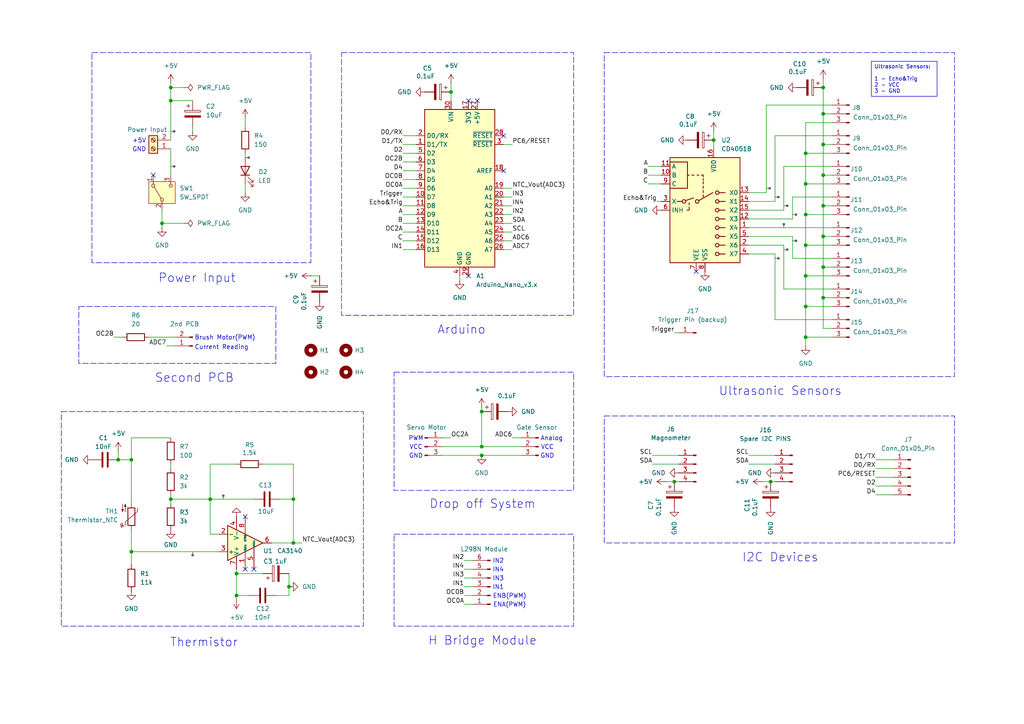
<source format=kicad_sch>
(kicad_sch (version 20231120) (generator "eeschema") (generator_version "8.0")
  (paper "A4")
  (title_block (title "Main PCB") (date "2024-12-09") (rev "2"))
  (lib_symbols
    (symbol "Amplifier_Operational:CA3140" (pin_names (offset 0.127))
      (property "Reference" "U" (at 6.35 5.08 0))
      (property "Value" "CA3140" (at 6.35 2.54 0))
      (symbol "CA3140_1_1"
        (pin passive line (at 0 7.62 270) (length 5.08) (name "NULL") (number "1"))
        (pin input line (at -7.62 -2.54 0) (length 2.54) (name "-") (number "2"))
        (pin input line (at -7.62 2.54 0) (length 2.54) (name "+") (number "3"))
        (pin power_in line (at -2.54 -7.62 90) (length 3.81) (name "V-") (number "4"))
        (pin passive line (at 2.54 7.62 270) (length 6.35) (name "NULL") (number "5"))
        (pin output line (at 7.62 0 180) (length 2.54) (name "~") (number "6"))
        (pin power_in line (at -2.54 7.62 270) (length 3.81) (name "V+") (number "7"))
        (pin passive line (at 0 -7.62 90) (length 5.08) (name "STRB") (number "8"))
      )
    )
    (symbol "Analog_Switch:CD4051B"
      (property "Reference" "U" (at -10.16 16.51 0))
      (property "Value" "CD4051B" (at 3.81 16.51 0))
      (symbol "CD4051B_1_1"
        (pin bidirectional line (at 12.7 -5.08 180) (length 2.54) (name "X4") (number "1"))
        (pin input line (at -12.7 10.16 0) (length 2.54) (name "B") (number "10"))
        (pin input line (at -12.7 12.7 0) (length 2.54) (name "A") (number "11"))
        (pin bidirectional line (at 12.7 -2.54 180) (length 2.54) (name "X3") (number "12"))
        (pin bidirectional line (at 12.7 5.08 180) (length 2.54) (name "X0") (number "13"))
        (pin bidirectional line (at 12.7 2.54 180) (length 2.54) (name "X1") (number "14"))
        (pin bidirectional line (at 12.7 0 180) (length 2.54) (name "X2") (number "15"))
        (pin power_in line (at 2.54 17.78 270) (length 2.54) (name "VDD") (number "16"))
        (pin bidirectional line (at 12.7 -10.16 180) (length 2.54) (name "X6") (number "2"))
        (pin bidirectional line (at -12.7 2.54 0) (length 2.54) (name "X") (number "3"))
        (pin bidirectional line (at 12.7 -12.7 180) (length 2.54) (name "X7") (number "4"))
        (pin bidirectional line (at 12.7 -7.62 180) (length 2.54) (name "X5") (number "5"))
        (pin input line (at -12.7 0 0) (length 2.54) (name "INH") (number "6"))
        (pin power_in line (at -2.54 -17.78 90) (length 2.54) (name "VEE") (number "7"))
        (pin power_in line (at 0 -17.78 90) (length 2.54) (name "VSS") (number "8"))
        (pin input line (at -12.7 7.62 0) (length 2.54) (name "C") (number "9"))
      )
    )
    (symbol "Connector:Conn_01x01_Pin" (pin_names (offset 1.016) hide)
      (property "Reference" "J" (at 0 2.54 0))
      (property "Value" "Conn_01x01_Pin" (at 0 -2.54 0))
      (symbol "Conn_01x01_Pin_1_1"
        (pin passive line (at 5.08 0 180) (length 3.81) (name "Pin_1") (number "1"))
      )
    )
    (symbol "Connector:Conn_01x02_Pin" (pin_names (offset 1.016) hide)
      (property "Reference" "J" (at 0 2.54 0))
      (property "Value" "Conn_01x02_Pin" (at 0 -5.08 0))
      (symbol "Conn_01x02_Pin_1_1"
        (pin passive line (at 5.08 0 180) (length 3.81) (name "Pin_1") (number "1"))
        (pin passive line (at 5.08 -2.54 180) (length 3.81) (name "Pin_2") (number "2"))
      )
    )
    (symbol "Connector:Conn_01x03_Pin" (pin_names (offset 1.016) hide)
      (property "Reference" "J" (at 0 5.08 0))
      (property "Value" "Conn_01x03_Pin" (at 0 -5.08 0))
      (symbol "Conn_01x03_Pin_1_1"
        (pin passive line (at 5.08 2.54 180) (length 3.81) (name "Pin_1") (number "1"))
        (pin passive line (at 5.08 0 180) (length 3.81) (name "Pin_2") (number "2"))
        (pin passive line (at 5.08 -2.54 180) (length 3.81) (name "Pin_3") (number "3"))
      )
    )
    (symbol "Connector:Conn_01x04_Pin" (pin_names (offset 1.016) hide)
      (property "Reference" "J" (at 0 5.08 0))
      (property "Value" "Conn_01x04_Pin" (at 0 -7.62 0))
      (symbol "Conn_01x04_Pin_1_1"
        (pin passive line (at 5.08 2.54 180) (length 3.81) (name "Pin_1") (number "1"))
        (pin passive line (at 5.08 0 180) (length 3.81) (name "Pin_2") (number "2"))
        (pin passive line (at 5.08 -2.54 180) (length 3.81) (name "Pin_3") (number "3"))
        (pin passive line (at 5.08 -5.08 180) (length 3.81) (name "Pin_4") (number "4"))
      )
    )
    (symbol "Connector:Conn_01x05_Pin" (pin_names (offset 1.016) hide)
      (property "Reference" "J" (at 0 7.62 0))
      (property "Value" "Conn_01x05_Pin" (at 0 -7.62 0))
      (symbol "Conn_01x05_Pin_1_1"
        (pin passive line (at 5.08 5.08 180) (length 3.81) (name "Pin_1") (number "1"))
        (pin passive line (at 5.08 2.54 180) (length 3.81) (name "Pin_2") (number "2"))
        (pin passive line (at 5.08 0 180) (length 3.81) (name "Pin_3") (number "3"))
        (pin passive line (at 5.08 -2.54 180) (length 3.81) (name "Pin_4") (number "4"))
        (pin passive line (at 5.08 -5.08 180) (length 3.81) (name "Pin_5") (number "5"))
      )
    )
    (symbol "Connector:Conn_01x06_Pin" (pin_names (offset 1.016) hide)
      (property "Reference" "J" (at 0 7.62 0))
      (property "Value" "Conn_01x06_Pin" (at 0 -10.16 0))
      (symbol "Conn_01x06_Pin_1_1"
        (pin passive line (at 5.08 5.08 180) (length 3.81) (name "Pin_1") (number "1"))
        (pin passive line (at 5.08 2.54 180) (length 3.81) (name "Pin_2") (number "2"))
        (pin passive line (at 5.08 0 180) (length 3.81) (name "Pin_3") (number "3"))
        (pin passive line (at 5.08 -2.54 180) (length 3.81) (name "Pin_4") (number "4"))
        (pin passive line (at 5.08 -5.08 180) (length 3.81) (name "Pin_5") (number "5"))
        (pin passive line (at 5.08 -7.62 180) (length 3.81) (name "Pin_6") (number "6"))
      )
    )
    (symbol "Connector:Screw_Terminal_01x02" (pin_names (offset 1.016) hide)
      (property "Reference" "J" (at 0 2.54 0))
      (property "Value" "Screw_Terminal_01x02" (at 0 -5.08 0))
      (symbol "Screw_Terminal_01x02_1_1"
        (pin passive line (at -5.08 0 0) (length 3.81) (name "Pin_1") (number "1"))
        (pin passive line (at -5.08 -2.54 0) (length 3.81) (name "Pin_2") (number "2"))
      )
    )
    (symbol "Device:C" (pin_numbers hide) (pin_names (offset 0.254))
      (property "Reference" "C" (at 0.635 2.54 0))
      (property "Value" "C" (at 0.635 -2.54 0))
      (symbol "C_1_1"
        (pin passive line (at 0 3.81 270) (length 2.794) (name "~") (number "1"))
        (pin passive line (at 0 -3.81 90) (length 2.794) (name "~") (number "2"))
      )
    )
    (symbol "Device:C_Polarized" (pin_numbers hide) (pin_names (offset 0.254))
      (property "Reference" "C" (at 0.635 2.54 0))
      (property "Value" "C_Polarized" (at 0.635 -2.54 0))
      (symbol "C_Polarized_1_1"
        (pin passive line (at 0 3.81 270) (length 2.794) (name "~") (number "1"))
        (pin passive line (at 0 -3.81 90) (length 2.794) (name "~") (number "2"))
      )
    )
    (symbol "Device:LED" (pin_numbers hide) (pin_names (offset 1.016) hide)
      (property "Reference" "D" (at 0 2.54 0))
      (property "Value" "LED" (at 0 -2.54 0))
      (symbol "LED_1_1"
        (pin passive line (at -3.81 0 0) (length 2.54) (name "K") (number "1"))
        (pin passive line (at 3.81 0 180) (length 2.54) (name "A") (number "2"))
      )
    )
    (symbol "Device:R" (pin_numbers hide) (pin_names (offset 0))
      (property "Reference" "R" (at 2.032 0 90))
      (property "Value" "R" (at 0 0 90))
      (symbol "R_1_1"
        (pin passive line (at 0 3.81 270) (length 1.27) (name "~") (number "1"))
        (pin passive line (at 0 -3.81 90) (length 1.27) (name "~") (number "2"))
      )
    )
    (symbol "Device:Thermistor_NTC" (pin_numbers hide) (pin_names (offset 0))
      (property "Reference" "TH" (at -4.445 0 90))
      (property "Value" "Thermistor_NTC" (at 3.175 0 90))
      (symbol "Thermistor_NTC_1_1"
        (pin passive line (at 0 3.81 270) (length 1.27) (name "~") (number "1"))
        (pin passive line (at 0 -3.81 90) (length 1.27) (name "~") (number "2"))
      )
    )
    (symbol "MCU_Module:Arduino_Nano_v3.x"
      (property "Reference" "A" (at -10.16 23.495 0))
      (property "Value" "Arduino_Nano_v3.x" (at 5.08 -24.13 0))
      (symbol "Arduino_Nano_v3.x_1_1"
        (pin bidirectional line (at -12.7 12.7 0) (length 2.54) (name "D1/TX") (number "1"))
        (pin bidirectional line (at -12.7 -2.54 0) (length 2.54) (name "D7") (number "10"))
        (pin bidirectional line (at -12.7 -5.08 0) (length 2.54) (name "D8") (number "11"))
        (pin bidirectional line (at -12.7 -7.62 0) (length 2.54) (name "D9") (number "12"))
        (pin bidirectional line (at -12.7 -10.16 0) (length 2.54) (name "D10") (number "13"))
        (pin bidirectional line (at -12.7 -12.7 0) (length 2.54) (name "D11") (number "14"))
        (pin bidirectional line (at -12.7 -15.24 0) (length 2.54) (name "D12") (number "15"))
        (pin bidirectional line (at -12.7 -17.78 0) (length 2.54) (name "D13") (number "16"))
        (pin power_out line (at 2.54 25.4 270) (length 2.54) (name "3V3") (number "17"))
        (pin input line (at 12.7 5.08 180) (length 2.54) (name "AREF") (number "18"))
        (pin bidirectional line (at 12.7 0 180) (length 2.54) (name "A0") (number "19"))
        (pin bidirectional line (at -12.7 15.24 0) (length 2.54) (name "D0/RX") (number "2"))
        (pin bidirectional line (at 12.7 -2.54 180) (length 2.54) (name "A1") (number "20"))
        (pin bidirectional line (at 12.7 -5.08 180) (length 2.54) (name "A2") (number "21"))
        (pin bidirectional line (at 12.7 -7.62 180) (length 2.54) (name "A3") (number "22"))
        (pin bidirectional line (at 12.7 -10.16 180) (length 2.54) (name "A4") (number "23"))
        (pin bidirectional line (at 12.7 -12.7 180) (length 2.54) (name "A5") (number "24"))
        (pin bidirectional line (at 12.7 -15.24 180) (length 2.54) (name "A6") (number "25"))
        (pin bidirectional line (at 12.7 -17.78 180) (length 2.54) (name "A7") (number "26"))
        (pin power_out line (at 5.08 25.4 270) (length 2.54) (name "+5V") (number "27"))
        (pin input line (at 12.7 15.24 180) (length 2.54) (name "~{RESET}") (number "28"))
        (pin power_in line (at 2.54 -25.4 90) (length 2.54) (name "GND") (number "29"))
        (pin input line (at 12.7 12.7 180) (length 2.54) (name "~{RESET}") (number "3"))
        (pin power_in line (at -2.54 25.4 270) (length 2.54) (name "VIN") (number "30"))
        (pin power_in line (at 0 -25.4 90) (length 2.54) (name "GND") (number "4"))
        (pin bidirectional line (at -12.7 10.16 0) (length 2.54) (name "D2") (number "5"))
        (pin bidirectional line (at -12.7 7.62 0) (length 2.54) (name "D3") (number "6"))
        (pin bidirectional line (at -12.7 5.08 0) (length 2.54) (name "D4") (number "7"))
        (pin bidirectional line (at -12.7 2.54 0) (length 2.54) (name "D5") (number "8"))
        (pin bidirectional line (at -12.7 0 0) (length 2.54) (name "D6") (number "9"))
      )
    )
    (symbol "Mechanical:MountingHole" (pin_names (offset 1.016)) (exclude_from_sim yes) (in_bom no)
      (property "Reference" "H" (at 0 5.08 0))
      (property "Value" "MountingHole" (at 0 3.175 0))
    )
    (symbol "Switch:SW_SPDT" (pin_names (offset 0) hide)
      (property "Reference" "SW" (at 0 5.08 0))
      (property "Value" "SW_SPDT" (at 0 -5.08 0))
      (symbol "SW_SPDT_1_1"
        (pin passive line (at 5.08 2.54 180) (length 2.54) (name "A") (number "1"))
        (pin passive line (at -5.08 0 0) (length 2.54) (name "B") (number "2"))
        (pin passive line (at 5.08 -2.54 180) (length 2.54) (name "C") (number "3"))
      )
    )
    (symbol "power:+5V" (power) (pin_numbers hide) (pin_names (offset 0) hide)
      (property "Value" "+5V" (at 0 3.556 0))
      (symbol "+5V_1_1"
        (pin power_in line (at 0 0 90) (length 0) (name "~") (number "1"))
      )
    )
    (symbol "power:GND" (power) (pin_numbers hide) (pin_names (offset 0) hide)
      (property "Value" "GND" (at 0 -3.81 0))
      (symbol "GND_1_1"
        (pin power_in line (at 0 0 270) (length 0) (name "~") (number "1"))
      )
    )
    (symbol "power:PWR_FLAG" (power) (pin_numbers hide) (pin_names (offset 0) hide)
      (property "Value" "PWR_FLAG" (at 0 3.81 0))
      (symbol "PWR_FLAG_0_0"
        (pin power_out line (at 0 0 90) (length 0) (name "~") (number "1"))
      )
    )
  )
  (junction (at 238.76 50.8))
  (junction (at 34.29 133.35))
  (junction (at 233.68 62.23))
  (junction (at 238.76 86.36))
  (junction (at 223.52 139.7))
  (junction (at 233.68 71.12))
  (junction (at 195.58 139.7))
  (junction (at 139.7 129.54))
  (junction (at 60.96 144.78))
  (junction (at 85.09 157.48))
  (junction (at 139.7 132.08))
  (junction (at 233.68 44.45))
  (junction (at 238.76 59.69))
  (junction (at 207.01 40.64))
  (junction (at 49.53 25.4))
  (junction (at 83.82 170.18))
  (junction (at 238.76 41.91))
  (junction (at 233.68 80.01))
  (junction (at 46.99 64.77))
  (junction (at 233.68 88.9))
  (junction (at 68.58 166.37))
  (junction (at 49.53 29.21))
  (junction (at 238.76 68.58))
  (junction (at 233.68 53.34))
  (junction (at 68.58 172.72))
  (junction (at 85.09 144.78))
  (junction (at 238.76 33.02))
  (junction (at 139.7 119.38))
  (junction (at 49.53 144.78))
  (junction (at 130.81 26.67))
  (junction (at 38.1 160.02))
  (junction (at 238.76 77.47))
  (junction (at 233.68 97.79))
  (junction (at 38.1 133.35))
  (junction (at 238.76 25.4))
  (no_connect (at 138.43 29.21))
  (no_connect (at 71.12 149.86))
  (no_connect (at 201.93 78.74))
  (no_connect (at 71.12 165.1))
  (no_connect (at 135.89 29.21))
  (no_connect (at 135.89 80.01))
  (no_connect (at 73.66 165.1))
  (no_connect (at 146.05 49.53))
  (no_connect (at 146.05 39.37))
  (no_connect (at 44.45 50.8))
  (wire (pts (xy 233.68 35.56) (xy 233.68 44.45)))
  (wire (pts (xy 254 138.43) (xy 259.08 138.43)))
  (wire (pts (xy 90.17 80.01) (xy 92.71 80.01)))
  (wire (pts (xy 146.05 57.15) (xy 148.59 57.15)))
  (wire (pts (xy 83.82 166.37) (xy 83.82 170.18)))
  (wire (pts (xy 238.76 50.8) (xy 241.3 50.8)))
  (wire (pts (xy 187.96 53.34) (xy 191.77 53.34)))
  (wire (pts (xy 78.74 157.48) (xy 85.09 157.48)))
  (wire (pts (xy 190.5 58.42) (xy 191.77 58.42)))
  (wire (pts (xy 116.84 46.99) (xy 120.65 46.99)))
  (wire (pts (xy 233.68 88.9) (xy 241.3 88.9)))
  (wire (pts (xy 71.12 53.34) (xy 71.12 55.88)))
  (wire (pts (xy 233.68 44.45) (xy 233.68 53.34)))
  (wire (pts (xy 130.81 26.67) (xy 130.81 29.21)))
  (wire (pts (xy 139.7 129.54) (xy 151.13 129.54)))
  (wire (pts (xy 139.7 119.38) (xy 139.7 129.54)))
  (wire (pts (xy 146.05 69.85) (xy 148.59 69.85)))
  (wire (pts (xy 187.96 48.26) (xy 191.77 48.26)))
  (wire (pts (xy 238.76 22.86) (xy 238.76 25.4)))
  (wire (pts (xy 33.02 97.79) (xy 35.56 97.79)))
  (wire (pts (xy 134.62 165.1) (xy 137.16 165.1)))
  (wire (pts (xy 217.17 68.58) (xy 229.87 68.58)))
  (wire (pts (xy 238.76 68.58) (xy 238.76 77.47)))
  (wire (pts (xy 71.12 34.29) (xy 71.12 36.83)))
  (wire (pts (xy 68.58 134.62) (xy 60.96 134.62)))
  (wire (pts (xy 116.84 64.77) (xy 120.65 64.77)))
  (wire (pts (xy 238.76 59.69) (xy 241.3 59.69)))
  (wire (pts (xy 148.59 127) (xy 151.13 127)))
  (wire (pts (xy 146.05 72.39) (xy 148.59 72.39)))
  (wire (pts (xy 134.62 167.64) (xy 137.16 167.64)))
  (wire (pts (xy 238.76 77.47) (xy 238.76 86.36)))
  (wire (pts (xy 49.53 25.4) (xy 53.34 25.4)))
  (wire (pts (xy 139.7 118.11) (xy 139.7 119.38)))
  (wire (pts (xy 195.58 139.7) (xy 196.85 139.7)))
  (wire (pts (xy 116.84 57.15) (xy 120.65 57.15)))
  (wire (pts (xy 238.76 41.91) (xy 241.3 41.91)))
  (wire (pts (xy 68.58 172.72) (xy 68.58 173.99)))
  (wire (pts (xy 134.62 170.18) (xy 137.16 170.18)))
  (wire (pts (xy 254 133.35) (xy 259.08 133.35)))
  (wire (pts (xy 241.3 35.56) (xy 233.68 35.56)))
  (wire (pts (xy 49.53 144.78) (xy 49.53 146.05)))
  (wire (pts (xy 217.17 134.62) (xy 224.79 134.62)))
  (wire (pts (xy 80.01 172.72) (xy 83.82 172.72)))
  (wire (pts (xy 128.27 127) (xy 130.81 127)))
  (wire (pts (xy 217.17 63.5) (xy 229.87 63.5)))
  (wire (pts (xy 49.53 25.4) (xy 49.53 24.13)))
  (wire (pts (xy 224.79 39.37) (xy 241.3 39.37)))
  (wire (pts (xy 222.25 30.48) (xy 241.3 30.48)))
  (wire (pts (xy 146.05 67.31) (xy 148.59 67.31)))
  (wire (pts (xy 195.58 96.52) (xy 196.85 96.52)))
  (wire (pts (xy 254 140.97) (xy 259.08 140.97)))
  (wire (pts (xy 238.76 86.36) (xy 241.3 86.36)))
  (wire (pts (xy 60.96 144.78) (xy 49.53 144.78)))
  (wire (pts (xy 49.53 127) (xy 38.1 127)))
  (wire (pts (xy 83.82 172.72) (xy 83.82 170.18)))
  (wire (pts (xy 233.68 53.34) (xy 233.68 62.23)))
  (wire (pts (xy 38.1 133.35) (xy 38.1 146.05)))
  (wire (pts (xy 227.33 71.12) (xy 227.33 83.82)))
  (wire (pts (xy 229.87 57.15) (xy 241.3 57.15)))
  (wire (pts (xy 233.68 62.23) (xy 233.68 71.12)))
  (wire (pts (xy 116.84 44.45) (xy 120.65 44.45)))
  (wire (pts (xy 81.28 144.78) (xy 85.09 144.78)))
  (wire (pts (xy 60.96 154.94) (xy 63.5 154.94)))
  (wire (pts (xy 220.98 139.7) (xy 223.52 139.7)))
  (wire (pts (xy 227.33 48.26) (xy 227.33 60.96)))
  (wire (pts (xy 146.05 59.69) (xy 148.59 59.69)))
  (wire (pts (xy 116.84 62.23) (xy 120.65 62.23)))
  (wire (pts (xy 49.53 143.51) (xy 49.53 144.78)))
  (wire (pts (xy 227.33 83.82) (xy 241.3 83.82)))
  (wire (pts (xy 43.18 97.79) (xy 50.8 97.79)))
  (wire (pts (xy 38.1 153.67) (xy 38.1 160.02)))
  (wire (pts (xy 217.17 60.96) (xy 227.33 60.96)))
  (wire (pts (xy 238.76 59.69) (xy 238.76 68.58)))
  (wire (pts (xy 60.96 134.62) (xy 60.96 144.78)))
  (wire (pts (xy 38.1 160.02) (xy 63.5 160.02)))
  (wire (pts (xy 233.68 71.12) (xy 233.68 80.01)))
  (wire (pts (xy 55.88 36.83) (xy 55.88 38.1)))
  (wire (pts (xy 116.84 52.07) (xy 120.65 52.07)))
  (wire (pts (xy 134.62 172.72) (xy 137.16 172.72)))
  (wire (pts (xy 85.09 134.62) (xy 85.09 144.78)))
  (wire (pts (xy 222.25 30.48) (xy 222.25 55.88)))
  (wire (pts (xy 116.84 72.39) (xy 120.65 72.39)))
  (wire (pts (xy 68.58 166.37) (xy 68.58 172.72)))
  (wire (pts (xy 71.12 44.45) (xy 71.12 45.72)))
  (wire (pts (xy 133.35 80.01) (xy 133.35 81.28)))
  (wire (pts (xy 76.2 134.62) (xy 85.09 134.62)))
  (wire (pts (xy 116.84 67.31) (xy 120.65 67.31)))
  (wire (pts (xy 53.34 64.77) (xy 46.99 64.77)))
  (wire (pts (xy 238.76 33.02) (xy 241.3 33.02)))
  (wire (pts (xy 217.17 71.12) (xy 227.33 71.12)))
  (wire (pts (xy 60.96 144.78) (xy 60.96 154.94)))
  (wire (pts (xy 116.84 59.69) (xy 120.65 59.69)))
  (wire (pts (xy 46.99 64.77) (xy 46.99 66.04)))
  (wire (pts (xy 68.58 172.72) (xy 72.39 172.72)))
  (wire (pts (xy 207.01 38.1) (xy 207.01 40.64)))
  (wire (pts (xy 238.76 86.36) (xy 238.76 95.25)))
  (wire (pts (xy 238.76 68.58) (xy 241.3 68.58)))
  (wire (pts (xy 134.62 175.26) (xy 137.16 175.26)))
  (wire (pts (xy 38.1 127) (xy 38.1 133.35)))
  (wire (pts (xy 68.58 166.37) (xy 76.2 166.37)))
  (wire (pts (xy 146.05 62.23) (xy 148.59 62.23)))
  (wire (pts (xy 128.27 129.54) (xy 139.7 129.54)))
  (wire (pts (xy 238.76 77.47) (xy 241.3 77.47)))
  (wire (pts (xy 224.79 92.71) (xy 241.3 92.71)))
  (wire (pts (xy 254 143.51) (xy 259.08 143.51)))
  (wire (pts (xy 238.76 33.02) (xy 238.76 41.91)))
  (wire (pts (xy 49.53 29.21) (xy 55.88 29.21)))
  (wire (pts (xy 233.68 62.23) (xy 241.3 62.23)))
  (wire (pts (xy 68.58 165.1) (xy 68.58 166.37)))
  (wire (pts (xy 116.84 69.85) (xy 120.65 69.85)))
  (wire (pts (xy 130.81 24.13) (xy 130.81 26.67)))
  (wire (pts (xy 254 135.89) (xy 259.08 135.89)))
  (wire (pts (xy 85.09 157.48) (xy 87.63 157.48)))
  (wire (pts (xy 49.53 43.18) (xy 49.53 50.8)))
  (wire (pts (xy 217.17 132.08) (xy 224.79 132.08)))
  (wire (pts (xy 223.52 139.7) (xy 224.79 139.7)))
  (wire (pts (xy 146.05 64.77) (xy 148.59 64.77)))
  (wire (pts (xy 116.84 41.91) (xy 120.65 41.91)))
  (wire (pts (xy 224.79 73.66) (xy 224.79 92.71)))
  (wire (pts (xy 238.76 50.8) (xy 238.76 59.69)))
  (wire (pts (xy 238.76 25.4) (xy 238.76 33.02)))
  (wire (pts (xy 238.76 41.91) (xy 238.76 50.8)))
  (wire (pts (xy 229.87 57.15) (xy 229.87 63.5)))
  (wire (pts (xy 233.68 97.79) (xy 241.3 97.79)))
  (wire (pts (xy 189.23 134.62) (xy 196.85 134.62)))
  (wire (pts (xy 217.17 73.66) (xy 224.79 73.66)))
  (wire (pts (xy 146.05 41.91) (xy 148.59 41.91)))
  (wire (pts (xy 217.17 58.42) (xy 224.79 58.42)))
  (wire (pts (xy 233.68 80.01) (xy 241.3 80.01)))
  (wire (pts (xy 49.53 134.62) (xy 49.53 135.89)))
  (wire (pts (xy 193.04 139.7) (xy 195.58 139.7)))
  (wire (pts (xy 34.29 130.81) (xy 34.29 133.35)))
  (wire (pts (xy 116.84 54.61) (xy 120.65 54.61)))
  (wire (pts (xy 116.84 39.37) (xy 120.65 39.37)))
  (wire (pts (xy 146.05 54.61) (xy 148.59 54.61)))
  (wire (pts (xy 217.17 66.04) (xy 241.3 66.04)))
  (wire (pts (xy 116.84 49.53) (xy 120.65 49.53)))
  (wire (pts (xy 233.68 53.34) (xy 241.3 53.34)))
  (wire (pts (xy 224.79 39.37) (xy 224.79 58.42)))
  (wire (pts (xy 217.17 55.88) (xy 222.25 55.88)))
  (wire (pts (xy 189.23 132.08) (xy 196.85 132.08)))
  (wire (pts (xy 233.68 88.9) (xy 233.68 97.79)))
  (wire (pts (xy 38.1 160.02) (xy 38.1 163.83)))
  (wire (pts (xy 46.99 60.96) (xy 46.99 64.77)))
  (wire (pts (xy 207.01 40.64) (xy 207.01 43.18)))
  (wire (pts (xy 85.09 144.78) (xy 85.09 157.48)))
  (wire (pts (xy 229.87 68.58) (xy 229.87 74.93)))
  (wire (pts (xy 134.62 162.56) (xy 137.16 162.56)))
  (wire (pts (xy 128.27 132.08) (xy 139.7 132.08)))
  (wire (pts (xy 48.26 100.33) (xy 50.8 100.33)))
  (wire (pts (xy 34.29 133.35) (xy 38.1 133.35)))
  (wire (pts (xy 229.87 74.93) (xy 241.3 74.93)))
  (wire (pts (xy 238.76 95.25) (xy 241.3 95.25)))
  (wire (pts (xy 49.53 25.4) (xy 49.53 29.21)))
  (wire (pts (xy 233.68 71.12) (xy 241.3 71.12)))
  (wire (pts (xy 227.33 48.26) (xy 241.3 48.26)))
  (wire (pts (xy 233.68 97.79) (xy 233.68 100.33)))
  (wire (pts (xy 233.68 44.45) (xy 241.3 44.45)))
  (wire (pts (xy 139.7 132.08) (xy 151.13 132.08)))
  (wire (pts (xy 187.96 50.8) (xy 191.77 50.8)))
  (wire (pts (xy 60.96 144.78) (xy 73.66 144.78)))
  (wire (pts (xy 49.53 29.21) (xy 49.53 40.64)))
  (wire (pts (xy 233.68 80.01) (xy 233.68 88.9)))
  (rectangle (start 17.78 119.38) (end 105.41 181.61) (stroke (width 0) (type dash)))
  (rectangle (start 114.3 154.94) (end 166.37 181.61) (stroke (width 0) (type dash)))
  (rectangle (start 175.26 15.24) (end 276.86 109.22) (stroke (width 0) (type dash)))
  (rectangle (start 99.06 15.24) (end 166.37 91.44) (stroke (width 0) (type dash)))
  (rectangle (start 175.26 120.65) (end 276.86 157.48) (stroke (width 0) (type dash)))
  (rectangle (start 114.3 107.95) (end 166.37 142.24) (stroke (width 0) (type dash)))
  (rectangle (start 22.86 88.9) (end 80.01 105.41) (stroke (width 0) (type dash)))
  (rectangle (start 26.67 15.24) (end 90.17 76.2) (stroke (width 0) (type dash)))
  (text_box "Ultrasonic Sensors:\n\n1 - Echo&Trig\n2 - VCC\n3 - GND" (at 252.73 17.78 0) (size 19.05 10.16) (effects (font (size 1.1 1.1)) (justify left top)))
  (text "GND" (at 158.75 132.334 0) (effects (font (size 1.27 1.27))))
  (text "VCC" (at 120.65 129.794 0) (effects (font (size 1.27 1.27))))
  (text "Arduino" (at 133.858 95.758 0) (effects (font (size 2.5 2.5))))
  (text "Brush Motor(PWM)" (at 65.278 98.044 0) (effects (font (size 1.27 1.27))))
  (text "GND" (at 40.386 43.434 0) (effects (font (size 1.27 1.27))))
  (text "IN1" (at 144.526 170.434 0) (effects (font (size 1.27 1.27))))
  (text "Current Reading" (at 64.262 100.838 0) (effects (font (size 1.27 1.27))))
  (text "I2C Devices" (at 226.314 161.798 0) (effects (font (size 2.5 2.5))))
  (text "PWM" (at 120.65 127.254 0) (effects (font (size 1.27 1.27))))
  (text "Analog" (at 160.02 127.254 0) (effects (font (size 1.27 1.27))))
  (text "Drop off System" (at 139.954 146.304 0) (effects (font (size 2.5 2.5))))
  (text "Second PCB" (at 56.388 109.728 0) (effects (font (size 2.5 2.5))))
  (text "ENA(PWM)" (at 147.828 175.514 0) (effects (font (size 1.27 1.27))))
  (text "ENB(PWM)" (at 147.828 172.974 0) (effects (font (size 1.27 1.27))))
  (text "IN3" (at 144.526 167.894 0) (effects (font (size 1.27 1.27))))
  (text "Thermistor" (at 59.182 186.436 0) (effects (font (size 2.5 2.5))))
  (text "Power Input" (at 57.15 80.772 0) (effects (font (size 2.5 2.5))))
  (text "Ultrasonic Sensors" (at 226.314 113.538 0) (effects (font (size 2.5 2.5))))
  (text "+5V" (at 40.386 40.894 0) (effects (font (size 1.27 1.27))))
  (text "IN2" (at 144.526 162.814 0) (effects (font (size 1.27 1.27))))
  (text "H Bridge Module" (at 139.954 185.928 0) (effects (font (size 2.5 2.5))))
  (text "GND" (at 120.65 132.334 0) (effects (font (size 1.27 1.27))))
  (text "IN4" (at 144.526 165.354 0) (effects (font (size 1.27 1.27))))
  (text "VCC" (at 158.75 129.794 0) (effects (font (size 1.27 1.27))))
  (label "OC2A" (at 130.81 127 0))
  (label "Echo&Trig" (at 190.5 58.42 180))
  (label "ADC6" (at 148.59 69.85 0))
  (label "IN2" (at 134.62 162.56 180))
  (label "D2" (at 116.84 44.45 180))
  (label "IN3" (at 148.59 57.15 0))
  (label "C" (at 187.96 53.34 180))
  (label "SCL" (at 217.17 132.08 180))
  (label "PC6{slash}RESET" (at 148.59 41.91 0))
  (label "SCL" (at 189.23 132.08 180))
  (label "IN1" (at 116.84 72.39 180))
  (label "OC2B" (at 116.84 46.99 180))
  (label "Trigger" (at 116.84 57.15 180))
  (label "D4" (at 254 143.51 180))
  (label "SDA" (at 217.17 134.62 180))
  (label "IN2" (at 148.59 62.23 0))
  (label "D0{slash}RX" (at 254 135.89 180))
  (label "OC0B" (at 134.62 172.72 180))
  (label "SDA" (at 189.23 134.62 180))
  (label "D1{slash}TX" (at 116.84 41.91 180))
  (label "IN1" (at 134.62 170.18 180))
  (label "ADC7" (at 48.26 100.33 180))
  (label "NTC_Vout(ADC3)" (at 148.59 54.61 0))
  (label "OC2A" (at 116.84 67.31 180))
  (label "PC6{slash}RESET" (at 254 138.43 180))
  (label "SDA" (at 148.59 64.77 0))
  (label "D0{slash}RX" (at 116.84 39.37 180))
  (label "ADC7" (at 148.59 72.39 0))
  (label "B" (at 187.96 50.8 180))
  (label "OC0A" (at 116.84 54.61 180))
  (label "SCL" (at 148.59 67.31 0))
  (label "D2" (at 254 140.97 180))
  (label "A" (at 187.96 48.26 180))
  (label "Trigger" (at 195.58 96.52 180))
  (label "A" (at 116.84 62.23 180))
  (label "D4" (at 116.84 49.53 180))
  (label "OC0A" (at 134.62 175.26 180))
  (label "IN3" (at 134.62 167.64 180))
  (label "IN4" (at 148.59 59.69 0))
  (label "NTC_Vout(ADC3)" (at 87.63 157.48 0))
  (label "C" (at 116.84 69.85 180))
  (label "B" (at 116.84 64.77 180))
  (label "ADC6" (at 148.59 127 180))
  (label "OC2B" (at 33.02 97.79 180))
  (label "D1{slash}TX" (at 254 133.35 180))
  (label "Echo&Trig" (at 116.84 59.69 180))
  (label "IN4" (at 134.62 165.1 180))
  (label "OC0B" (at 116.84 52.07 180))
  (netclass_flag "" (length 1) (shape dot) (at 71.12 45.72 270) (property "Netclass" "Power" (effects (hide yes))))
  (netclass_flag "" (length 1) (shape dot) (at 64.77 144.78 0) (property "Netclass" "Signal" (effects (hide yes))))
  (netclass_flag "" (length 1) (shape dot) (at 222.25 54.61 270) (property "Netclass" "Signal" (effects (hide yes))))
  (netclass_flag "" (length 1) (shape dot) (at 229.87 69.85 270) (property "Netclass" "Signal" (effects (hide yes))))
  (netclass_flag "" (length 1) (shape dot) (at 229.87 62.23 270) (property "Netclass" "Signal" (effects (hide yes))))
  (netclass_flag "" (length 1) (shape dot) (at 55.88 160.02 180) (property "Netclass" "Signal" (effects (hide yes))))
  (netclass_flag "" (length 1) (shape dot) (at 227.33 59.69 270) (property "Netclass" "Signal" (effects (hide yes))))
  (netclass_flag "" (length 1) (shape dot) (at 224.79 57.15 270) (property "Netclass" "Signal" (effects (hide yes))))
  (netclass_flag "" (length 1) (shape dot) (at 49.53 48.26 270) (property "Netclass" "Power" (effects (hide yes))))
  (netclass_flag "" (length 1) (shape dot) (at 224.79 74.93 270) (property "Netclass" "Signal" (effects (hide yes))))
  (netclass_flag "" (length 1) (shape dot) (at 227.33 72.39 270) (property "Netclass" "Signal" (effects (hide yes))))
  (netclass_flag "" (length 1) (shape dot) (at 227.33 66.04 0) (property "Netclass" "Signal" (effects (hide yes))))
  (netclass_flag "" (length 1) (shape dot) (at 49.53 38.1 270) (property "Netclass" "Power" (effects (hide yes))))
  (symbol (lib_id "power:GND") (at 224.79 137.16 270) (unit 1)
    (property "Reference" "#PWR028" (effects (hide yes)))
    (property "Value" "GND" (at 220.98 137.1599 90) (effects (justify right)))
    (property "Description" "Power symbol creates a global label with name \"GND\" , ground" (effects (hide yes)))
  )
  (symbol (lib_id "power:GND") (at 71.12 55.88 0) (unit 1)
    (property "Reference" "#PWR05" (effects (hide yes)))
    (property "Value" "GND" (at 71.12 60.96 0))
    (property "Description" "Power symbol creates a global label with name \"GND\" , ground" (effects (hide yes)))
  )
  (symbol (lib_id "Device:C") (at 76.2 172.72 90) (mirror x) (unit 1)
    (property "Reference" "C12" (at 76.2 176.53 90))
    (property "Value" "10nF" (at 76.2 179.07 90))
    (property "Footprint" "Capacitor_THT:C_Disc_D3.8mm_W2.6mm_P2.50mm" (effects (hide yes)))
    (property "Description" "Unpolarized capacitor" (effects (hide yes)))
  )
  (symbol (lib_id "Device:C_Polarized") (at 195.58 143.51 0) (unit 1)
    (property "Reference" "C7" (at 188.722 146.558 90))
    (property "Value" "0.1uF" (at 191.008 147.066 90))
    (property "Footprint" "Capacitor_THT:CP_Radial_D5.0mm_P2.50mm" (effects (hide yes)))
    (property "Description" "Polarized capacitor" (effects (hide yes)))
  )
  (symbol (lib_id "power:GND") (at 195.58 147.32 0) (unit 1)
    (property "Reference" "#PWR027" (effects (hide yes)))
    (property "Value" "GND" (at 195.5799 151.13 90) (effects (justify right)))
    (property "Description" "Power symbol creates a global label with name \"GND\" , ground" (effects (hide yes)))
  )
  (symbol (lib_id "Device:C_Polarized") (at 92.71 83.82 0) (unit 1)
    (property "Reference" "C9" (at 85.852 86.868 90))
    (property "Value" "0.1uF" (at 88.138 87.376 90))
    (property "Footprint" "Capacitor_THT:CP_Radial_D5.0mm_P2.50mm" (effects (hide yes)))
    (property "Description" "Polarized capacitor" (effects (hide yes)))
  )
  (symbol (lib_id "power:+5V") (at 49.53 24.13 0) (unit 1)
    (property "Reference" "#PWR04" (effects (hide yes)))
    (property "Value" "+5V" (at 49.53 19.05 0))
    (property "Description" "Power symbol creates a global label with name \"+5V\"" (effects (hide yes)))
  )
  (symbol (lib_id "Connector:Conn_01x03_Pin") (at 246.38 95.25 0) (mirror y) (unit 1)
    (property "Reference" "J15" (at 248.412 93.472 0))
    (property "Value" "Conn_01x03_Pin" (at 255.27 96.266 0))
    (property "Footprint" "Connector_PinHeader_2.54mm:PinHeader_1x03_P2.54mm_Vertical" (effects (hide yes)))
    (property "Description" "Generic connector, single row, 01x03, script generated" (effects (hide yes)))
  )
  (symbol (lib_id "power:GND") (at 123.19 26.67 270) (unit 1)
    (property "Reference" "#PWR025" (effects (hide yes)))
    (property "Value" "GND" (at 119.38 26.6699 90) (effects (justify right)))
    (property "Description" "Power symbol creates a global label with name \"GND\" , ground" (effects (hide yes)))
  )
  (symbol (lib_id "Device:C_Polarized") (at 203.2 40.64 270) (unit 1)
    (property "Reference" "C8" (at 200.152 33.782 90))
    (property "Value" "0.1uF" (at 199.644 36.068 90))
    (property "Footprint" "Capacitor_THT:CP_Radial_D5.0mm_P2.50mm" (effects (hide yes)))
    (property "Description" "Polarized capacitor" (effects (hide yes)))
  )
  (symbol (lib_id "Device:C_Polarized") (at 127 26.67 270) (unit 1)
    (property "Reference" "C5" (at 123.952 19.812 90))
    (property "Value" "0.1uF" (at 123.444 22.098 90))
    (property "Footprint" "Capacitor_THT:CP_Radial_D5.0mm_P2.50mm" (effects (hide yes)))
    (property "Description" "Polarized capacitor" (effects (hide yes)))
  )
  (symbol (lib_id "Connector:Conn_01x03_Pin") (at 156.21 129.54 0) (mirror y) (unit 1)
    (property "Reference" "J5" (effects (hide yes)))
    (property "Value" "Gate Sensor" (at 155.702 123.952 0))
    (property "Footprint" "Connector_PinHeader_2.54mm:PinHeader_1x03_P2.54mm_Vertical" (effects (hide yes)))
    (property "Description" "Generic connector, single row, 01x03, script generated" (effects (hide yes)))
  )
  (symbol (lib_id "Connector:Conn_01x04_Pin") (at 229.87 134.62 0) (mirror y) (unit 1)
    (property "Reference" "J16" (at 221.996 124.714 0))
    (property "Value" "Spare I2C PINS" (at 221.996 127.254 0))
    (property "Footprint" "Connector_PinHeader_2.54mm:PinHeader_1x04_P2.54mm_Vertical" (effects (hide yes)))
    (property "Description" "Generic connector, single row, 01x04, script generated" (effects (hide yes)))
  )
  (symbol (lib_id "Connector:Conn_01x03_Pin") (at 246.38 77.47 0) (mirror y) (unit 1)
    (property "Reference" "J13" (at 248.412 75.692 0))
    (property "Value" "Conn_01x03_Pin" (at 255.27 78.486 0))
    (property "Footprint" "Connector_PinHeader_2.54mm:PinHeader_1x03_P2.54mm_Vertical" (effects (hide yes)))
    (property "Description" "Generic connector, single row, 01x03, script generated" (effects (hide yes)))
  )
  (symbol (lib_id "Device:C_Polarized") (at 143.51 119.38 90) (mirror x) (unit 1)
    (property "Reference" "C6" (effects (hide yes)))
    (property "Value" "0.1uF" (at 147.066 114.808 90))
    (property "Footprint" "Capacitor_THT:CP_Radial_D5.0mm_P2.50mm" (effects (hide yes)))
    (property "Description" "Polarized capacitor" (effects (hide yes)))
  )
  (symbol (lib_id "MCU_Module:Arduino_Nano_v3.x") (at 133.35 54.61 0) (unit 1)
    (property "Reference" "A1" (at 138.0841 80.01 0) (effects (justify left)))
    (property "Value" "Arduino_Nano_v3.x" (at 138.0841 82.55 0) (effects (justify left)))
    (property "Footprint" "Module:Arduino_Nano" (effects (hide yes)))
    (property "Datasheet" "http://www.mouser.com/pdfdocs/Gravitech_Arduino_Nano3_0.pdf" (effects (hide yes)))
    (property "Description" "Arduino Nano v3.x" (effects (hide yes)))
  )
  (symbol (lib_id "power:GND") (at 223.52 147.32 0) (unit 1)
    (property "Reference" "#PWR019" (effects (hide yes)))
    (property "Value" "GND" (at 223.5199 151.13 90) (effects (justify right)))
    (property "Description" "Power symbol creates a global label with name \"GND\" , ground" (effects (hide yes)))
  )
  (symbol (lib_id "Device:R") (at 39.37 97.79 90) (unit 1)
    (property "Reference" "R6" (at 39.37 91.44 90))
    (property "Value" "20" (at 39.37 93.98 90))
    (property "Footprint" "Resistor_THT:R_Axial_DIN0207_L6.3mm_D2.5mm_P7.62mm_Horizontal" (effects (hide yes)))
    (property "Description" "Resistor" (effects (hide yes)))
  )
  (symbol (lib_id "Connector:Conn_01x03_Pin") (at 246.38 41.91 0) (mirror y) (unit 1)
    (property "Reference" "J9" (at 248.412 40.132 0))
    (property "Value" "Conn_01x03_Pin" (at 255.27 42.926 0))
    (property "Footprint" "Connector_PinHeader_2.54mm:PinHeader_1x03_P2.54mm_Vertical" (effects (hide yes)))
    (property "Description" "Generic connector, single row, 01x03, script generated" (effects (hide yes)))
  )
  (symbol (lib_id "power:GND") (at 49.53 153.67 0) (unit 1)
    (property "Reference" "#PWR020" (effects (hide yes)))
    (property "Value" "GND" (at 49.53 158.75 0) (effects (justify bottom)))
    (property "Description" "Power symbol creates a global label with name \"GND\" , ground" (effects (hide yes)))
  )
  (symbol (lib_id "Connector:Conn_01x03_Pin") (at 123.19 129.54 0) (unit 1)
    (property "Reference" "J3" (effects (hide yes)))
    (property "Value" "Servo Motor" (at 123.698 123.952 0))
    (property "Footprint" "Connector_PinHeader_2.54mm:PinHeader_1x03_P2.54mm_Vertical" (effects (hide yes)))
    (property "Datasheet" "https://docs.rs-online.com/870b/0900766b8123f8a1.pdf" (effects (hide yes)))
    (property "Description" "Generic connector, single row, 01x03, script generated" (effects (hide yes)))
  )
  (symbol (lib_id "Connector:Conn_01x03_Pin") (at 246.38 68.58 0) (mirror y) (unit 1)
    (property "Reference" "J12" (at 248.412 66.802 0))
    (property "Value" "Conn_01x03_Pin" (at 255.27 69.596 0))
    (property "Footprint" "Connector_PinHeader_2.54mm:PinHeader_1x03_P2.54mm_Vertical" (effects (hide yes)))
    (property "Description" "Generic connector, single row, 01x03, script generated" (effects (hide yes)))
  )
  (symbol (lib_id "Connector:Conn_01x02_Pin") (at 55.88 100.33 180) (unit 1)
    (property "Reference" "J2" (effects (hide yes)))
    (property "Value" "2nd PCB" (at 49.276 93.98 0) (effects (justify right)))
    (property "Footprint" "Connector_PinHeader_2.54mm:PinHeader_1x02_P2.54mm_Vertical" (effects (hide yes)))
    (property "Description" "Generic connector, single row, 01x02, script generated" (effects (hide yes)))
  )
  (symbol (lib_id "power:GND") (at 46.99 66.04 0) (unit 1)
    (property "Reference" "#PWR01" (effects (hide yes)))
    (property "Value" "GND" (at 46.99 71.12 0))
    (property "Description" "Power symbol creates a global label with name \"GND\" , ground" (effects (hide yes)))
  )
  (symbol (lib_id "power:+5V") (at 130.81 24.13 0) (unit 1)
    (property "Reference" "#PWR02" (effects (hide yes)))
    (property "Value" "+5V" (at 130.81 19.05 0))
    (property "Description" "Power symbol creates a global label with name \"+5V\"" (effects (hide yes)))
  )
  (symbol (lib_id "Mechanical:MountingHole") (at 100.33 107.95 0) (unit 1) (exclude_from_sim yes) (in_bom no)
    (property "Reference" "H4" (at 102.87 107.9499 0) (effects (justify left)))
    (property "Value" "MountingHole" (effects (hide yes)))
    (property "Footprint" "MountingHole:MountingHole_3.2mm_M3" (effects (hide yes)))
    (property "Description" "Mounting Hole without connection" (effects (hide yes)))
  )
  (symbol (lib_id "power:GND") (at 204.47 78.74 0) (unit 1)
    (property "Reference" "#PWR010" (effects (hide yes)))
    (property "Value" "GND" (at 204.47 83.82 0))
    (property "Description" "Power symbol creates a global label with name \"GND\" , ground" (effects (hide yes)))
  )
  (symbol (lib_id "Device:C") (at 30.48 133.35 90) (mirror x) (unit 1)
    (property "Reference" "C1" (at 29.972 127 90))
    (property "Value" "10nF" (at 29.972 129.54 90))
    (property "Footprint" "Capacitor_THT:C_Disc_D3.8mm_W2.6mm_P2.50mm" (effects (hide yes)))
    (property "Description" "Unpolarized capacitor" (effects (hide yes)))
  )
  (symbol (lib_id "Device:Thermistor_NTC") (at 38.1 149.86 0) (mirror x) (unit 1)
    (property "Reference" "TH1" (at 34.29 148.2724 0) (effects (justify right)))
    (property "Value" "Thermistor_NTC" (at 34.29 150.8124 0) (effects (justify right)))
    (property "Footprint" "Resistor_THT:R_Axial_DIN0204_L3.6mm_D1.6mm_P2.54mm_Vertical" (effects (hide yes)))
    (property "Datasheet" "https://www.digikey.com/en/htmldatasheets/production/666878/0/0/1/ntcle100e3103hbo" (effects (hide yes)))
    (property "Description" "Temperature dependent resistor, negative temperature coefficient" (effects (hide yes)))
  )
  (symbol (lib_id "power:+5V") (at 71.12 34.29 0) (unit 1)
    (property "Reference" "#PWR06" (effects (hide yes)))
    (property "Value" "+5V" (at 71.12 29.21 0))
    (property "Description" "Power symbol creates a global label with name \"+5V\"" (effects (hide yes)))
  )
  (symbol (lib_id "power:GND") (at 92.71 87.63 0) (unit 1)
    (property "Reference" "#PWR017" (effects (hide yes)))
    (property "Value" "GND" (at 92.7099 91.44 90) (effects (justify right)))
    (property "Description" "Power symbol creates a global label with name \"GND\" , ground" (effects (hide yes)))
  )
  (symbol (lib_id "power:+5V") (at 207.01 38.1 0) (unit 1)
    (property "Reference" "#PWR09" (effects (hide yes)))
    (property "Value" "+5V" (at 207.01 33.02 0))
    (property "Description" "Power symbol creates a global label with name \"+5V\"" (effects (hide yes)))
  )
  (symbol (lib_id "power:GND") (at 196.85 137.16 270) (unit 1)
    (property "Reference" "#PWR08" (effects (hide yes)))
    (property "Value" "GND" (at 193.04 137.1599 90) (effects (justify right)))
    (property "Description" "Power symbol creates a global label with name \"GND\" , ground" (effects (hide yes)))
  )
  (symbol (lib_id "Switch:SW_SPDT") (at 46.99 55.88 90) (unit 1)
    (property "Reference" "SW1" (at 52.07 54.6099 90) (effects (justify right)))
    (property "Value" "SW_SPDT" (at 52.07 57.1499 90) (effects (justify right)))
    (property "Footprint" "Connector_Wire:SolderWire-0.75sqmm_1x03_P4.8mm_D1.25mm_OD2.3mm" (effects (hide yes)))
    (property "Datasheet" "https://docs.rs-online.com/6e6f/0900766b81587662.pdf" (effects (hide yes)))
    (property "Description" "Switch, single pole double throw" (effects (hide yes)))
  )
  (symbol (lib_id "power:GND") (at 231.14 25.4 270) (unit 1)
    (property "Reference" "#PWR026" (effects (hide yes)))
    (property "Value" "GND" (at 227.33 25.3999 90) (effects (justify right)))
    (property "Description" "Power symbol creates a global label with name \"GND\" , ground" (effects (hide yes)))
  )
  (symbol (lib_id "power:+5V") (at 220.98 139.7 90) (unit 1)
    (property "Reference" "#PWR018" (effects (hide yes)))
    (property "Value" "+5V" (at 217.17 139.6999 90) (effects (justify left)))
    (property "Description" "Power symbol creates a global label with name \"+5V\"" (effects (hide yes)))
  )
  (symbol (lib_id "power:GND") (at 83.82 170.18 90) (unit 1)
    (property "Reference" "#PWR024" (effects (hide yes)))
    (property "Value" "GND" (at 87.63 170.1801 90) (effects (justify right)))
    (property "Description" "Power symbol creates a global label with name \"GND\" , ground" (effects (hide yes)))
  )
  (symbol (lib_id "Mechanical:MountingHole") (at 100.33 101.6 0) (unit 1) (exclude_from_sim yes) (in_bom no)
    (property "Reference" "H3" (at 102.87 101.5999 0) (effects (justify left)))
    (property "Value" "MountingHole" (effects (hide yes)))
    (property "Footprint" "MountingHole:MountingHole_3.2mm_M3" (effects (hide yes)))
    (property "Description" "Mounting Hole without connection" (effects (hide yes)))
  )
  (symbol (lib_id "power:+5V") (at 90.17 80.01 90) (unit 1)
    (property "Reference" "#PWR016" (effects (hide yes)))
    (property "Value" "+5V" (at 86.36 80.0099 90) (effects (justify left)))
    (property "Description" "Power symbol creates a global label with name \"+5V\"" (effects (hide yes)))
  )
  (symbol (lib_id "Connector:Conn_01x06_Pin") (at 142.24 170.18 180) (unit 1)
    (property "Reference" "J4" (effects (hide yes)))
    (property "Value" "L298N Module" (at 140.462 159.258 0))
    (property "Footprint" "Connector_PinHeader_2.54mm:PinHeader_1x06_P2.54mm_Vertical" (effects (hide yes)))
    (property "Datasheet" "https://www.sparkfun.com/datasheets/Robotics/L298_H_Bridge.pdf" (effects (hide yes)))
    (property "Description" "Generic connector, single row, 01x06, script generated" (effects (hide yes)))
  )
  (symbol (lib_id "Device:LED") (at 71.12 49.53 90) (unit 1)
    (property "Reference" "D2" (at 74.93 49.8474 90) (effects (justify right)))
    (property "Value" "LED" (at 74.93 52.3874 90) (effects (justify right)))
    (property "Footprint" "LED_THT:LED_D5.0mm" (effects (hide yes)))
    (property "Description" "Light emitting diode" (effects (hide yes)))
  )
  (symbol (lib_id "Device:C") (at 77.47 144.78 270) (unit 1)
    (property "Reference" "C13" (at 76.962 140.716 90))
    (property "Value" "10uF" (at 77.216 148.336 90))
    (property "Footprint" "Capacitor_THT:C_Disc_D5.0mm_W2.5mm_P5.00mm" (effects (hide yes)))
    (property "Description" "Unpolarized capacitor" (effects (hide yes)))
  )
  (symbol (lib_id "Connector:Conn_01x05_Pin") (at 264.16 138.43 0) (mirror y) (unit 1)
    (property "Reference" "J7" (at 263.398 127.508 0))
    (property "Value" "Conn_01x05_Pin" (at 263.398 130.048 0))
    (property "Footprint" "Connector_PinHeader_2.54mm:PinHeader_1x05_P2.54mm_Vertical" (effects (hide yes)))
    (property "Description" "Generic connector, single row, 01x05, script generated" (effects (hide yes)))
  )
  (symbol (lib_id "Analog_Switch:CD4051B") (at 204.47 60.96 0) (unit 1)
    (property "Reference" "U2" (at 209.2041 40.64 0) (effects (justify left)))
    (property "Value" "CD4051B" (at 209.2041 43.18 0) (effects (justify left)))
    (property "Footprint" "Package_DIP:DIP-16_W7.62mm" (effects (hide yes)))
    (property "Datasheet" "http://www.ti.com/lit/ds/symlink/cd4052b.pdf" (effects (hide yes)))
    (property "Description" "CMOS single 8-channel analog multiplexer demultiplexer, TSSOP-16/DIP-16/SOIC-16" (effects (hide yes)))
  )
  (symbol (lib_id "Device:R") (at 72.39 134.62 270) (unit 1)
    (property "Reference" "R5" (at 72.39 129.032 90))
    (property "Value" "1.5k" (at 72.39 131.318 90))
    (property "Footprint" "Resistor_THT:R_Axial_DIN0207_L6.3mm_D2.5mm_P10.16mm_Horizontal" (effects (hide yes)))
    (property "Description" "Resistor" (effects (hide yes)))
  )
  (symbol (lib_id "Device:C_Polarized") (at 80.01 166.37 90) (unit 1)
    (property "Reference" "C3" (at 77.724 162.814 90))
    (property "Value" "1uF" (at 81.534 162.814 90))
    (property "Footprint" "Capacitor_THT:CP_Radial_D5.0mm_P2.50mm" (effects (hide yes)))
    (property "Description" "Polarized capacitor" (effects (hide yes)))
  )
  (symbol (lib_id "power:+5V") (at 34.29 130.81 0) (unit 1)
    (property "Reference" "#PWR022" (effects (hide yes)))
    (property "Value" "+5V" (at 34.29 125.73 0))
    (property "Description" "Power symbol creates a global label with name \"+5V\"" (effects (hide yes)))
  )
  (symbol (lib_id "Connector:Conn_01x03_Pin") (at 246.38 86.36 0) (mirror y) (unit 1)
    (property "Reference" "J14" (at 248.412 84.582 0))
    (property "Value" "Conn_01x03_Pin" (at 255.27 87.376 0))
    (property "Footprint" "Connector_PinHeader_2.54mm:PinHeader_1x03_P2.54mm_Vertical" (effects (hide yes)))
    (property "Description" "Generic connector, single row, 01x03, script generated" (effects (hide yes)))
  )
  (symbol (lib_id "power:GND") (at 55.88 38.1 0) (unit 1)
    (property "Reference" "#PWR030" (effects (hide yes)))
    (property "Value" "GND" (at 55.88 43.18 0))
    (property "Description" "Power symbol creates a global label with name \"GND\" , ground" (effects (hide yes)))
  )
  (symbol (lib_id "Connector:Conn_01x04_Pin") (at 201.93 134.62 0) (mirror y) (unit 1)
    (property "Reference" "J6" (at 194.564 124.46 0))
    (property "Value" "Magnometer" (at 194.564 127 0))
    (property "Footprint" "Connector_PinHeader_2.54mm:PinHeader_1x04_P2.54mm_Vertical" (effects (hide yes)))
    (property "Datasheet" "https://digilent.com/reference/_media/reference/pmod/pmodcmps2/pmod_cmps2_rm.pdf?fbclid=IwZXh0bgNhZW0CMTEAAR2xRlICb9wQGHM5N-aVfG1znTNvoZ74ZQNyWPVTI3LYnl5u59Ds0BX8k_g_aem_IH3iexl5KbY28axLYOg6iQ" (effects (hide yes)))
    (property "Description" "Generic connector, single row, 01x04, script generated" (effects (hide yes)))
  )
  (symbol (lib_id "Amplifier_Operational:CA3140") (at 71.12 157.48 0) (mirror x) (unit 1)
    (property "Reference" "U1" (at 77.724 159.766 0))
    (property "Value" "CA3140" (at 84.074 159.766 0))
    (property "Footprint" "Package_DIP:DIP-8_W7.62mm" (effects (hide yes)))
    (property "Datasheet" "https://www.renesas.com/en/document/dst/ca3140-ca3140a-datasheet" (effects (hide yes)))
    (property "Description" "4.5MHz, BiMOS Operational Amplifier with MOSFET Input/Bipolar Output, DIP-8/SOIC-8" (effects (hide yes)))
  )
  (symbol (lib_id "power:GND") (at 38.1 171.45 0) (unit 1)
    (property "Reference" "#PWR021" (effects (hide yes)))
    (property "Value" "GND" (at 38.1 176.53 0))
    (property "Description" "Power symbol creates a global label with name \"GND\" , ground" (effects (hide yes)))
  )
  (symbol (lib_id "Device:R") (at 49.53 130.81 0) (unit 1)
    (property "Reference" "R7" (at 52.07 129.5399 0) (effects (justify left)))
    (property "Value" "100" (at 52.07 132.0799 0) (effects (justify left)))
    (property "Footprint" "Resistor_THT:R_Axial_DIN0207_L6.3mm_D2.5mm_P10.16mm_Horizontal" (effects (hide yes)))
    (property "Description" "Resistor" (effects (hide yes)))
  )
  (symbol (lib_id "Connector:Conn_01x01_Pin") (at 201.93 96.52 180) (unit 1)
    (property "Reference" "J17" (at 200.914 90.17 0))
    (property "Value" "Trigger Pin (backup)" (at 200.914 92.71 0))
    (property "Footprint" "Connector_PinHeader_2.54mm:PinHeader_1x01_P2.54mm_Vertical" (effects (hide yes)))
    (property "Description" "Generic connector, single row, 01x01, script generated" (effects (hide yes)))
  )
  (symbol (lib_id "Device:C_Polarized") (at 55.88 33.02 0) (unit 1)
    (property "Reference" "C2" (at 59.69 30.8609 0) (effects (justify left)))
    (property "Value" "10uF" (at 59.69 33.4009 0) (effects (justify left)))
    (property "Footprint" "Capacitor_THT:CP_Radial_D5.0mm_P2.50mm" (effects (hide yes)))
    (property "Description" "Polarized capacitor" (effects (hide yes)))
  )
  (symbol (lib_id "Mechanical:MountingHole") (at 90.17 101.6 0) (unit 1) (exclude_from_sim yes) (in_bom no)
    (property "Reference" "H1" (at 92.71 101.5999 0) (effects (justify left)))
    (property "Value" "MountingHole" (effects (hide yes)))
    (property "Footprint" "MountingHole:MountingHole_3.2mm_M3" (effects (hide yes)))
    (property "Description" "Mounting Hole without connection" (effects (hide yes)))
  )
  (symbol (lib_id "power:GND") (at 199.39 40.64 270) (unit 1)
    (property "Reference" "#PWR011" (effects (hide yes)))
    (property "Value" "GND" (at 195.58 40.6399 90) (effects (justify right)))
    (property "Description" "Power symbol creates a global label with name \"GND\" , ground" (effects (hide yes)))
  )
  (symbol (lib_id "power:+5V") (at 238.76 22.86 0) (unit 1)
    (property "Reference" "#PWR07" (effects (hide yes)))
    (property "Value" "+5V" (at 238.76 17.78 0))
    (property "Description" "Power symbol creates a global label with name \"+5V\"" (effects (hide yes)))
  )
  (symbol (lib_id "power:GND") (at 26.67 133.35 270) (unit 1)
    (property "Reference" "#PWR023" (effects (hide yes)))
    (property "Value" "GND" (at 22.86 133.3499 90) (effects (justify right)))
    (property "Description" "Power symbol creates a global label with name \"GND\" , ground" (effects (hide yes)))
  )
  (symbol (lib_id "Device:R") (at 71.12 40.64 0) (unit 1)
    (property "Reference" "R4" (at 73.66 39.3699 0) (effects (justify left)))
    (property "Value" "150" (at 73.66 41.9099 0) (effects (justify left)))
    (property "Footprint" "Resistor_THT:R_Axial_DIN0207_L6.3mm_D2.5mm_P10.16mm_Horizontal" (effects (hide yes)))
    (property "Description" "Resistor" (effects (hide yes)))
  )
  (symbol (lib_id "Device:R") (at 49.53 139.7 0) (unit 1)
    (property "Reference" "R2" (at 52.07 138.4299 0) (effects (justify left)))
    (property "Value" "3k" (at 52.07 140.9699 0) (effects (justify left)))
    (property "Footprint" "Resistor_THT:R_Axial_DIN0207_L6.3mm_D2.5mm_P10.16mm_Horizontal" (effects (hide yes)))
    (property "Description" "Resistor" (effects (hide yes)))
  )
  (symbol (lib_id "Device:R") (at 49.53 149.86 0) (unit 1)
    (property "Reference" "R3" (at 52.07 148.5899 0) (effects (justify left)))
    (property "Value" "3k" (at 52.07 151.1299 0) (effects (justify left)))
    (property "Footprint" "Resistor_THT:R_Axial_DIN0207_L6.3mm_D2.5mm_P10.16mm_Horizontal" (effects (hide yes)))
    (property "Description" "Resistor" (effects (hide yes)))
  )
  (symbol (lib_id "power:GND") (at 191.77 60.96 270) (unit 1)
    (property "Reference" "#PWR034" (effects (hide yes)))
    (property "Value" "GND" (at 187.96 60.9599 90) (effects (justify right)))
    (property "Description" "Power symbol creates a global label with name \"GND\" , ground" (effects (hide yes)))
  )
  (symbol (lib_id "power:+5V") (at 193.04 139.7 90) (unit 1)
    (property "Reference" "#PWR015" (effects (hide yes)))
    (property "Value" "+5V" (at 189.23 139.6999 90) (effects (justify left)))
    (property "Description" "Power symbol creates a global label with name \"+5V\"" (effects (hide yes)))
  )
  (symbol (lib_id "power:GND") (at 139.7 132.08 0) (unit 1)
    (property "Reference" "#PWR031" (effects (hide yes)))
    (property "Value" "GND" (at 139.7 137.16 0))
    (property "Description" "Power symbol creates a global label with name \"GND\" , ground" (effects (hide yes)))
  )
  (symbol (lib_id "Device:C_Polarized") (at 223.52 143.51 0) (unit 1)
    (property "Reference" "C11" (at 216.662 146.558 90))
    (property "Value" "0.1uF" (at 218.948 147.066 90))
    (property "Footprint" "Capacitor_THT:CP_Radial_D5.0mm_P2.50mm" (effects (hide yes)))
    (property "Description" "Polarized capacitor" (effects (hide yes)))
  )
  (symbol (lib_id "power:GND") (at 133.35 81.28 0) (unit 1)
    (property "Reference" "#PWR03" (effects (hide yes)))
    (property "Value" "GND" (at 133.35 86.36 0))
    (property "Description" "Power symbol creates a global label with name \"GND\" , ground" (effects (hide yes)))
  )
  (symbol (lib_id "power:+5V") (at 68.58 173.99 180) (unit 1)
    (property "Reference" "#PWR013" (effects (hide yes)))
    (property "Value" "+5V" (at 68.58 179.07 0))
    (property "Description" "Power symbol creates a global label with name \"+5V\"" (effects (hide yes)))
  )
  (symbol (lib_id "Device:R") (at 38.1 167.64 0) (unit 1)
    (property "Reference" "R1" (at 40.64 166.3699 0) (effects (justify left)))
    (property "Value" "11k" (at 40.64 168.9099 0) (effects (justify left)))
    (property "Footprint" "Resistor_THT:R_Axial_DIN0207_L6.3mm_D2.5mm_P10.16mm_Horizontal" (effects (hide yes)))
    (property "Description" "Resistor" (effects (hide yes)))
  )
  (symbol (lib_id "Connector:Conn_01x03_Pin") (at 246.38 59.69 0) (mirror y) (unit 1)
    (property "Reference" "J11" (at 248.412 57.912 0))
    (property "Value" "Conn_01x03_Pin" (at 255.27 60.706 0))
    (property "Footprint" "Connector_PinHeader_2.54mm:PinHeader_1x03_P2.54mm_Vertical" (effects (hide yes)))
    (property "Description" "Generic connector, single row, 01x03, script generated" (effects (hide yes)))
  )
  (symbol (lib_id "power:PWR_FLAG") (at 53.34 64.77 270) (unit 1)
    (property "Reference" "#FLG02" (effects (hide yes)))
    (property "Value" "PWR_FLAG" (at 57.15 64.7699 90) (effects (justify left)))
    (property "Description" "Special symbol for telling ERC where power comes from" (effects (hide yes)))
  )
  (symbol (lib_id "power:+5V") (at 139.7 118.11 0) (unit 1)
    (property "Reference" "#PWR032" (effects (hide yes)))
    (property "Value" "+5V" (at 139.7 113.03 0))
    (property "Description" "Power symbol creates a global label with name \"+5V\"" (effects (hide yes)))
  )
  (symbol (lib_id "Connector:Conn_01x03_Pin") (at 246.38 33.02 0) (mirror y) (unit 1)
    (property "Reference" "J8" (at 248.412 31.242 0))
    (property "Value" "Conn_01x03_Pin" (at 255.27 34.036 0))
    (property "Footprint" "Connector_PinHeader_2.54mm:PinHeader_1x03_P2.54mm_Vertical" (effects (hide yes)))
    (property "Description" "Generic connector, single row, 01x03, script generated" (effects (hide yes)))
  )
  (symbol (lib_id "Connector:Screw_Terminal_01x02") (at 44.45 43.18 180) (unit 1)
    (property "Reference" "J1" (effects (hide yes)))
    (property "Value" "Power Input" (at 42.672 37.592 0))
    (property "Footprint" "TerminalBlock:TerminalBlock_bornier-2_P5.08mm" (effects (hide yes)))
    (property "Datasheet" "https://docs.rs-online.com/0623/0900766b8157c7d5.pdf" (effects (hide yes)))
    (property "Description" "Generic screw terminal, single row, 01x02, script generated (kicad-library-utils/schlib/autogen/connector/)" (effects (hide yes)))
  )
  (symbol (lib_id "Device:C_Polarized") (at 234.95 25.4 270) (unit 1)
    (property "Reference" "C10" (at 231.902 18.542 90))
    (property "Value" "0.1uF" (at 231.394 20.828 90))
    (property "Footprint" "Capacitor_THT:CP_Radial_D5.0mm_P2.50mm" (effects (hide yes)))
    (property "Description" "Polarized capacitor" (effects (hide yes)))
  )
  (symbol (lib_id "power:GND") (at 147.32 119.38 90) (mirror x) (unit 1)
    (property "Reference" "#PWR033" (effects (hide yes)))
    (property "Value" "GND" (at 151.13 119.3799 90) (effects (justify right)))
    (property "Description" "Power symbol creates a global label with name \"GND\" , ground" (effects (hide yes)))
  )
  (symbol (lib_id "Mechanical:MountingHole") (at 90.17 107.95 0) (unit 1) (exclude_from_sim yes) (in_bom no)
    (property "Reference" "H2" (at 92.71 107.9499 0) (effects (justify left)))
    (property "Value" "MountingHole" (effects (hide yes)))
    (property "Footprint" "MountingHole:MountingHole_3.2mm_M3" (effects (hide yes)))
    (property "Description" "Mounting Hole without connection" (effects (hide yes)))
  )
  (symbol (lib_id "power:GND") (at 68.58 149.86 180) (unit 1)
    (property "Reference" "#PWR012" (effects (hide yes)))
    (property "Value" "GND" (effects (hide yes)))
    (property "Description" "Power symbol creates a global label with name \"GND\" , ground" (effects (hide yes)))
  )
  (symbol (lib_id "power:GND") (at 233.68 100.33 0) (unit 1)
    (property "Reference" "#PWR014" (effects (hide yes)))
    (property "Value" "GND" (at 233.68 105.41 0))
    (property "Description" "Power symbol creates a global label with name \"GND\" , ground" (effects (hide yes)))
  )
  (symbol (lib_id "power:PWR_FLAG") (at 53.34 25.4 270) (unit 1)
    (property "Reference" "#FLG01" (effects (hide yes)))
    (property "Value" "PWR_FLAG" (at 57.15 25.3999 90) (effects (justify left)))
    (property "Description" "Special symbol for telling ERC where power comes from" (effects (hide yes)))
  )
  (symbol (lib_id "Connector:Conn_01x03_Pin") (at 246.38 50.8 0) (mirror y) (unit 1)
    (property "Reference" "J10" (at 248.412 49.022 0))
    (property "Value" "Conn_01x03_Pin" (at 255.27 51.816 0))
    (property "Footprint" "Connector_PinHeader_2.54mm:PinHeader_1x03_P2.54mm_Vertical" (effects (hide yes)))
    (property "Description" "Generic connector, single row, 01x03, script generated" (effects (hide yes)))
  )
)
</source>
